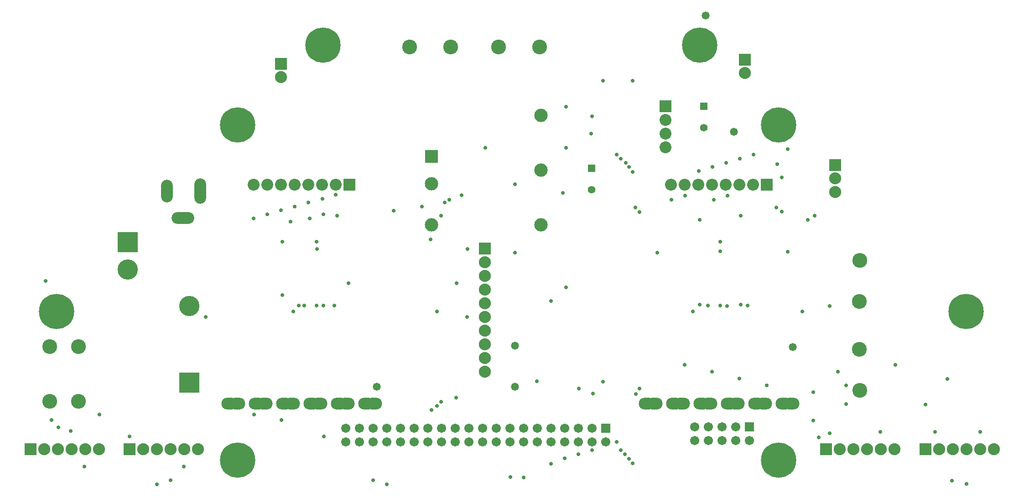
<source format=gbs>
G04*
G04 #@! TF.GenerationSoftware,Altium Limited,Altium Designer,22.3.1 (43)*
G04*
G04 Layer_Color=16711935*
%FSLAX44Y44*%
%MOMM*%
G71*
G04*
G04 #@! TF.SameCoordinates,183D5ADB-B2EB-4085-A593-B9F204B0C739*
G04*
G04*
G04 #@! TF.FilePolarity,Negative*
G04*
G01*
G75*
%ADD51C,2.2352*%
%ADD52R,2.2352X2.2352*%
%ADD53C,3.7592*%
%ADD54R,3.7592X3.7592*%
%ADD55R,2.2032X2.2032*%
%ADD56C,2.2032*%
%ADD57C,2.7432*%
%ADD58O,3.0032X2.2032*%
%ADD59C,2.4892*%
%ADD60R,2.4892X2.4892*%
%ADD61C,6.5532*%
%ADD62C,1.7032*%
%ADD63R,1.7032X1.7032*%
%ADD64R,2.2352X2.2352*%
%ADD65O,2.2032X4.2032*%
%ADD66O,4.2032X2.2032*%
%ADD67O,2.2032X4.7032*%
%ADD68R,1.4032X1.4032*%
%ADD69C,1.4032*%
%ADD70C,0.7112*%
%ADD71C,1.4732*%
D51*
X-280155Y-202230D02*
D03*
Y-176830D02*
D03*
Y-151430D02*
D03*
Y-126030D02*
D03*
Y-100630D02*
D03*
Y-75230D02*
D03*
Y-49830D02*
D03*
Y-24430D02*
D03*
Y970D02*
D03*
X-914152Y-346451D02*
D03*
X-837952D02*
D03*
X-863352D02*
D03*
X-888752D02*
D03*
X-812552D02*
D03*
X-1098302D02*
D03*
X-1022102D02*
D03*
X-1047502D02*
D03*
X-1072902D02*
D03*
X-996702D02*
D03*
X562858Y-346451D02*
D03*
X639058D02*
D03*
X613658D02*
D03*
X588258D02*
D03*
X664458D02*
D03*
X378708D02*
D03*
X454908D02*
D03*
X429508D02*
D03*
X404108D02*
D03*
X480308D02*
D03*
X369998Y156468D02*
D03*
Y131576D02*
D03*
X-658882Y344428D02*
D03*
X202358Y352048D02*
D03*
D52*
X-280155Y26370D02*
D03*
X-939552Y-346451D02*
D03*
X-1123702D02*
D03*
X537458Y-346451D02*
D03*
X353308D02*
D03*
D53*
X-943095Y-12830D02*
D03*
X-828795Y-80310D02*
D03*
D54*
X-943095Y37970D02*
D03*
X-828795Y-222550D02*
D03*
D55*
X55125Y290530D02*
D03*
X243347Y145030D02*
D03*
X-531353Y145030D02*
D03*
D56*
X55125Y265130D02*
D03*
Y239730D02*
D03*
Y214330D02*
D03*
X116347Y145030D02*
D03*
X90947D02*
D03*
X192547D02*
D03*
X167147D02*
D03*
X141747D02*
D03*
X65547D02*
D03*
X217947D02*
D03*
X-658353Y145030D02*
D03*
X-683753D02*
D03*
X-582153D02*
D03*
X-607553D02*
D03*
X-632953D02*
D03*
X-709153D02*
D03*
X-556753D02*
D03*
D57*
X-178642Y400308D02*
D03*
X-419942D02*
D03*
X415539Y4068D02*
D03*
Y-237232D02*
D03*
X-1088142Y-257551D02*
D03*
X-1034802D02*
D03*
X-1088142Y-155951D02*
D03*
X-1034802D02*
D03*
X-343742Y400459D02*
D03*
X-254842D02*
D03*
X415389Y-161032D02*
D03*
Y-72132D02*
D03*
D58*
X274247Y-261370D02*
D03*
X288647D02*
D03*
X121847D02*
D03*
X71047D02*
D03*
X85448D02*
D03*
X237847D02*
D03*
X223447D02*
D03*
X172647D02*
D03*
X187048D02*
D03*
X136248D02*
D03*
X20247D02*
D03*
X34648D02*
D03*
X-500453Y-261370D02*
D03*
X-486053D02*
D03*
X-652853D02*
D03*
X-703653D02*
D03*
X-689253D02*
D03*
X-536853D02*
D03*
X-551253D02*
D03*
X-602053D02*
D03*
X-587653D02*
D03*
X-638453D02*
D03*
X-754453D02*
D03*
X-740053D02*
D03*
D59*
X-379481Y70108D02*
D03*
X-176281D02*
D03*
Y171708D02*
D03*
Y273308D02*
D03*
X-379481Y146308D02*
D03*
D60*
Y197108D02*
D03*
D61*
X265509Y255528D02*
D03*
Y-366772D02*
D03*
X-738891Y255528D02*
D03*
Y-366772D02*
D03*
X-580542Y404018D02*
D03*
X118551Y404019D02*
D03*
X612884Y-90315D02*
D03*
X-1074875Y-90314D02*
D03*
D62*
X-538391Y-307072D02*
D03*
X-512991D02*
D03*
X-487591D02*
D03*
X-462191D02*
D03*
X-436791D02*
D03*
X-411391D02*
D03*
X-385991D02*
D03*
X-360591D02*
D03*
X-335191D02*
D03*
X-309791D02*
D03*
X-284391D02*
D03*
X-258991D02*
D03*
X-233591D02*
D03*
X-208191D02*
D03*
X-182791D02*
D03*
X-157391D02*
D03*
X-131991D02*
D03*
X-106591D02*
D03*
X-538391Y-332472D02*
D03*
X-512991D02*
D03*
X-487591D02*
D03*
X-462191D02*
D03*
X-436791D02*
D03*
X-411391D02*
D03*
X-385991D02*
D03*
X-360591D02*
D03*
X-335191D02*
D03*
X-309791D02*
D03*
X-284391D02*
D03*
X-258991D02*
D03*
X-233591D02*
D03*
X-208191D02*
D03*
X-182791D02*
D03*
X-157391D02*
D03*
X-131991D02*
D03*
X-106591D02*
D03*
X-81191D02*
D03*
Y-307072D02*
D03*
X-55791Y-332472D02*
D03*
X109609Y-329972D02*
D03*
Y-304572D02*
D03*
X135009Y-329972D02*
D03*
Y-304572D02*
D03*
X160408Y-329972D02*
D03*
X160409Y-304572D02*
D03*
X185809Y-329972D02*
D03*
Y-304572D02*
D03*
X211209Y-329972D02*
D03*
D63*
X-55791Y-307072D02*
D03*
X211209Y-304572D02*
D03*
D64*
X369998Y181360D02*
D03*
X-658882Y369320D02*
D03*
X202358Y376940D02*
D03*
D65*
X-870475Y133220D02*
D03*
D66*
X-840475Y83220D02*
D03*
D67*
X-808475Y133220D02*
D03*
D68*
X126245Y290530D02*
D03*
X-82035Y175590D02*
D03*
D69*
X126245Y250530D02*
D03*
X-82035Y135590D02*
D03*
D70*
X-279400Y213360D02*
D03*
X-129540D02*
D03*
X-1084065Y-292230D02*
D03*
X578365Y-216030D02*
D03*
X-656075Y-59820D02*
D03*
Y39240D02*
D03*
X-592575D02*
D03*
X329689Y-293112D02*
D03*
X194825Y-78180D02*
D03*
X207525Y-79791D02*
D03*
X133778Y-79752D02*
D03*
X118625Y-78180D02*
D03*
X105925Y-90880D02*
D03*
X39885Y18750D02*
D03*
X-224275D02*
D03*
Y145750D02*
D03*
X329320Y-240455D02*
D03*
X339605Y-324150D02*
D03*
X359925Y-316530D02*
D03*
X-313175Y-100630D02*
D03*
X-798315D02*
D03*
X-369055Y-90470D02*
D03*
X-635755D02*
D03*
X-380911Y43448D02*
D03*
X-605300Y82275D02*
D03*
X156725Y39070D02*
D03*
X169425Y-80720D02*
D03*
X156638Y-79752D02*
D03*
X-135375Y129870D02*
D03*
X-559642Y-79752D02*
D03*
X-579962D02*
D03*
X-592662D02*
D03*
X-615522D02*
D03*
X-625682D02*
D03*
X-1095761Y-34032D02*
D03*
X-6186Y-372761D02*
D03*
X-157391Y-373112D02*
D03*
X-13002Y-364337D02*
D03*
X-183635Y-220010D02*
D03*
X-379215Y-273350D02*
D03*
X-369055Y-265730D02*
D03*
X-361435Y-258110D02*
D03*
X-333495Y-250490D02*
D03*
X-640835Y75925D02*
D03*
X-361435Y87330D02*
D03*
X-554475D02*
D03*
X-533295Y-37634D02*
D03*
X-332559Y-37826D02*
D03*
X-129359Y-45446D02*
D03*
X-157299Y-70846D02*
D03*
X-129359Y289834D02*
D03*
X66221Y117114D02*
D03*
X144961D02*
D03*
X91621Y124734D02*
D03*
X170361D02*
D03*
X282121Y20594D02*
D03*
Y211094D02*
D03*
X-82942Y239730D02*
D03*
X-81099Y272054D02*
D03*
X-312239Y25674D02*
D03*
X-591639D02*
D03*
X-449399Y96794D02*
D03*
X-838852Y-378607D02*
D03*
X-1023439Y-378186D02*
D03*
X-578939Y-322306D02*
D03*
X-657679Y-291826D02*
D03*
X-939619Y-322457D02*
D03*
X-1048839Y-312146D02*
D03*
X-1071699Y-305312D02*
D03*
X-708479Y-281666D02*
D03*
X-995499D02*
D03*
X-487499Y-403586D02*
D03*
X-462099Y-411206D02*
D03*
X-863419Y-403586D02*
D03*
X-888819Y-411206D02*
D03*
X-208099Y-398506D02*
D03*
X-232989Y-397599D02*
D03*
X586921Y-404425D02*
D03*
X614268Y-410775D02*
D03*
X181Y-243566D02*
D03*
X-410Y102275D02*
D03*
X-6048Y168747D02*
D03*
X-12519Y178074D02*
D03*
X-131991Y-362952D02*
D03*
X-20139Y-355326D02*
D03*
X-106591Y-355332D02*
D03*
X-27851Y193308D02*
D03*
X-35471Y200928D02*
D03*
X-60871Y338088D02*
D03*
Y-220712D02*
D03*
X-35471Y-332472D02*
D03*
X-27851Y-347712D02*
D03*
X-81191D02*
D03*
X193129Y193308D02*
D03*
X218238Y200638D02*
D03*
X167729Y185688D02*
D03*
X142329Y178068D02*
D03*
X116929Y170448D02*
D03*
X-18535Y185750D02*
D03*
X6865Y94310D02*
D03*
Y-233350D02*
D03*
X-5847Y338150D02*
D03*
X555505Y-313990D02*
D03*
X454170Y-314262D02*
D03*
X639325Y-313990D02*
D03*
X-79495Y-242870D02*
D03*
X271025Y158450D02*
D03*
X331985Y87330D02*
D03*
X319285Y79710D02*
D03*
X194825Y87330D02*
D03*
X118625Y79710D02*
D03*
X156943Y21290D02*
D03*
X309100Y-90445D02*
D03*
X359925Y-80310D02*
D03*
X537725Y-263190D02*
D03*
X390647Y-262788D02*
D03*
X390405Y-227630D02*
D03*
X243085D02*
D03*
X192285Y-214930D02*
D03*
X375165Y-202230D02*
D03*
X141485D02*
D03*
X481845Y-189530D02*
D03*
X90685D02*
D03*
X-658615Y97490D02*
D03*
X-684015Y89870D02*
D03*
X-579875D02*
D03*
X-632953Y104390D02*
D03*
X-396733D02*
D03*
X-607553Y112010D02*
D03*
X-346282Y117173D02*
D03*
X-323422Y125480D02*
D03*
X-354666Y112016D02*
D03*
X-709502Y82300D02*
D03*
X-581869Y118366D02*
D03*
X-556753Y125980D02*
D03*
X270938Y95000D02*
D03*
X260778Y102620D02*
D03*
X-105918Y-233504D02*
D03*
X262382Y183056D02*
D03*
D71*
X129848Y458728D02*
D03*
X-480815Y-230170D02*
D03*
X-224275D02*
D03*
Y-153970D02*
D03*
X291345Y-156510D02*
D03*
X182064Y242666D02*
D03*
M02*

</source>
